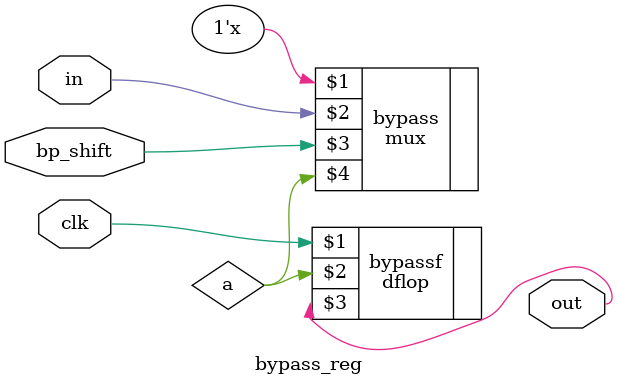
<source format=v>
`timescale 1ns / 1ps


module bypass_reg(in,bp_shift,clk,out);
input in,bp_shift,clk;
output out;
wire a;
mux bypass(1'bx,in,bp_shift,a);
dflop bypassf(clk,a,out);
endmodule

</source>
